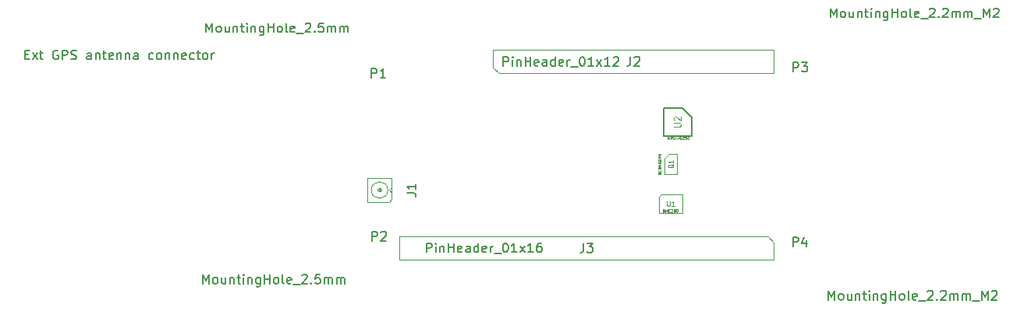
<source format=gbr>
G04 #@! TF.GenerationSoftware,KiCad,Pcbnew,(5.1.4)-1*
G04 #@! TF.CreationDate,2019-11-20T19:39:55+01:00*
G04 #@! TF.ProjectId,Open_Telemetry_digitalSensorShield,4f70656e-5f54-4656-9c65-6d657472795f,P1A_02 - Prototype manuf.*
G04 #@! TF.SameCoordinates,Original*
G04 #@! TF.FileFunction,Other,Fab,Top*
%FSLAX46Y46*%
G04 Gerber Fmt 4.6, Leading zero omitted, Abs format (unit mm)*
G04 Created by KiCad (PCBNEW (5.1.4)-1) date 2019-11-20 19:39:55*
%MOMM*%
%LPD*%
G04 APERTURE LIST*
%ADD10C,0.100000*%
%ADD11C,0.150000*%
%ADD12C,0.075000*%
%ADD13C,0.105000*%
G04 APERTURE END LIST*
D10*
X247250000Y-149700000D02*
X247250000Y-147950000D01*
X247500000Y-147700000D02*
X247250000Y-147950000D01*
X249750000Y-147700000D02*
X247500000Y-147700000D01*
X249750000Y-147700000D02*
X249750000Y-149700000D01*
X247250000Y-149700000D02*
X249750000Y-149700000D01*
X217116000Y-147218000D02*
G75*
G03X217116000Y-147218000I-200000J0D01*
G01*
X218216000Y-148218000D02*
X218216000Y-145918000D01*
X215616000Y-145918000D02*
X218216000Y-145918000D01*
X217916000Y-148518000D02*
X218216000Y-148218000D01*
X215616000Y-148518000D02*
X217916000Y-148518000D01*
X215616000Y-148518000D02*
X215616000Y-145918000D01*
X217816000Y-147218000D02*
G75*
G03X217816000Y-147218000I-900000J0D01*
G01*
X217041000Y-147218000D02*
G75*
G03X217041000Y-147218000I-125000J0D01*
G01*
X216966000Y-147218000D02*
G75*
G03X216966000Y-147218000I-50000J0D01*
G01*
X218216000Y-147518000D02*
X217916000Y-147218000D01*
X217916000Y-147218000D02*
X218216000Y-146918000D01*
X229870000Y-134493000D02*
X229235000Y-133858000D01*
X259715000Y-134493000D02*
X229870000Y-134493000D01*
X259715000Y-131953000D02*
X259715000Y-134493000D01*
X229235000Y-131953000D02*
X259715000Y-131953000D01*
X229235000Y-133858000D02*
X229235000Y-131953000D01*
X259080000Y-152273000D02*
X259715000Y-152908000D01*
X219075000Y-152273000D02*
X259080000Y-152273000D01*
X219075000Y-154813000D02*
X219075000Y-152273000D01*
X259715000Y-154813000D02*
X219075000Y-154813000D01*
X259715000Y-152908000D02*
X259715000Y-154813000D01*
X249205000Y-143260000D02*
X248355000Y-143260000D01*
X247855000Y-143760000D02*
X247855000Y-145460000D01*
X249205000Y-143260000D02*
X249205000Y-145460000D01*
X249205000Y-145460000D02*
X247855000Y-145460000D01*
X248355000Y-143260000D02*
X247855000Y-143760000D01*
D11*
X249776000Y-138302000D02*
X250776000Y-139302000D01*
X247776000Y-138302000D02*
X249776000Y-138302000D01*
X247776000Y-141302000D02*
X247776000Y-138302000D01*
X250776000Y-141302000D02*
X247776000Y-141302000D01*
X250776000Y-139302000D02*
X250776000Y-141302000D01*
X265653072Y-159171900D02*
X265653072Y-158171900D01*
X265986405Y-158886186D01*
X266319739Y-158171900D01*
X266319739Y-159171900D01*
X266938786Y-159171900D02*
X266843548Y-159124281D01*
X266795929Y-159076662D01*
X266748310Y-158981424D01*
X266748310Y-158695710D01*
X266795929Y-158600472D01*
X266843548Y-158552853D01*
X266938786Y-158505234D01*
X267081643Y-158505234D01*
X267176881Y-158552853D01*
X267224500Y-158600472D01*
X267272120Y-158695710D01*
X267272120Y-158981424D01*
X267224500Y-159076662D01*
X267176881Y-159124281D01*
X267081643Y-159171900D01*
X266938786Y-159171900D01*
X268129262Y-158505234D02*
X268129262Y-159171900D01*
X267700691Y-158505234D02*
X267700691Y-159029043D01*
X267748310Y-159124281D01*
X267843548Y-159171900D01*
X267986405Y-159171900D01*
X268081643Y-159124281D01*
X268129262Y-159076662D01*
X268605453Y-158505234D02*
X268605453Y-159171900D01*
X268605453Y-158600472D02*
X268653072Y-158552853D01*
X268748310Y-158505234D01*
X268891167Y-158505234D01*
X268986405Y-158552853D01*
X269034024Y-158648091D01*
X269034024Y-159171900D01*
X269367358Y-158505234D02*
X269748310Y-158505234D01*
X269510215Y-158171900D02*
X269510215Y-159029043D01*
X269557834Y-159124281D01*
X269653072Y-159171900D01*
X269748310Y-159171900D01*
X270081643Y-159171900D02*
X270081643Y-158505234D01*
X270081643Y-158171900D02*
X270034024Y-158219520D01*
X270081643Y-158267139D01*
X270129262Y-158219520D01*
X270081643Y-158171900D01*
X270081643Y-158267139D01*
X270557834Y-158505234D02*
X270557834Y-159171900D01*
X270557834Y-158600472D02*
X270605453Y-158552853D01*
X270700691Y-158505234D01*
X270843548Y-158505234D01*
X270938786Y-158552853D01*
X270986405Y-158648091D01*
X270986405Y-159171900D01*
X271891167Y-158505234D02*
X271891167Y-159314758D01*
X271843548Y-159409996D01*
X271795929Y-159457615D01*
X271700691Y-159505234D01*
X271557834Y-159505234D01*
X271462596Y-159457615D01*
X271891167Y-159124281D02*
X271795929Y-159171900D01*
X271605453Y-159171900D01*
X271510215Y-159124281D01*
X271462596Y-159076662D01*
X271414977Y-158981424D01*
X271414977Y-158695710D01*
X271462596Y-158600472D01*
X271510215Y-158552853D01*
X271605453Y-158505234D01*
X271795929Y-158505234D01*
X271891167Y-158552853D01*
X272367358Y-159171900D02*
X272367358Y-158171900D01*
X272367358Y-158648091D02*
X272938786Y-158648091D01*
X272938786Y-159171900D02*
X272938786Y-158171900D01*
X273557834Y-159171900D02*
X273462596Y-159124281D01*
X273414977Y-159076662D01*
X273367358Y-158981424D01*
X273367358Y-158695710D01*
X273414977Y-158600472D01*
X273462596Y-158552853D01*
X273557834Y-158505234D01*
X273700691Y-158505234D01*
X273795929Y-158552853D01*
X273843548Y-158600472D01*
X273891167Y-158695710D01*
X273891167Y-158981424D01*
X273843548Y-159076662D01*
X273795929Y-159124281D01*
X273700691Y-159171900D01*
X273557834Y-159171900D01*
X274462596Y-159171900D02*
X274367358Y-159124281D01*
X274319739Y-159029043D01*
X274319739Y-158171900D01*
X275224500Y-159124281D02*
X275129262Y-159171900D01*
X274938786Y-159171900D01*
X274843548Y-159124281D01*
X274795929Y-159029043D01*
X274795929Y-158648091D01*
X274843548Y-158552853D01*
X274938786Y-158505234D01*
X275129262Y-158505234D01*
X275224500Y-158552853D01*
X275272120Y-158648091D01*
X275272120Y-158743329D01*
X274795929Y-158838567D01*
X275462596Y-159267139D02*
X276224500Y-159267139D01*
X276414977Y-158267139D02*
X276462596Y-158219520D01*
X276557834Y-158171900D01*
X276795929Y-158171900D01*
X276891167Y-158219520D01*
X276938786Y-158267139D01*
X276986405Y-158362377D01*
X276986405Y-158457615D01*
X276938786Y-158600472D01*
X276367358Y-159171900D01*
X276986405Y-159171900D01*
X277414977Y-159076662D02*
X277462596Y-159124281D01*
X277414977Y-159171900D01*
X277367358Y-159124281D01*
X277414977Y-159076662D01*
X277414977Y-159171900D01*
X277843548Y-158267139D02*
X277891167Y-158219520D01*
X277986405Y-158171900D01*
X278224500Y-158171900D01*
X278319739Y-158219520D01*
X278367358Y-158267139D01*
X278414977Y-158362377D01*
X278414977Y-158457615D01*
X278367358Y-158600472D01*
X277795929Y-159171900D01*
X278414977Y-159171900D01*
X278843548Y-159171900D02*
X278843548Y-158505234D01*
X278843548Y-158600472D02*
X278891167Y-158552853D01*
X278986405Y-158505234D01*
X279129262Y-158505234D01*
X279224500Y-158552853D01*
X279272120Y-158648091D01*
X279272120Y-159171900D01*
X279272120Y-158648091D02*
X279319739Y-158552853D01*
X279414977Y-158505234D01*
X279557834Y-158505234D01*
X279653072Y-158552853D01*
X279700691Y-158648091D01*
X279700691Y-159171900D01*
X280176881Y-159171900D02*
X280176881Y-158505234D01*
X280176881Y-158600472D02*
X280224500Y-158552853D01*
X280319739Y-158505234D01*
X280462596Y-158505234D01*
X280557834Y-158552853D01*
X280605453Y-158648091D01*
X280605453Y-159171900D01*
X280605453Y-158648091D02*
X280653072Y-158552853D01*
X280748310Y-158505234D01*
X280891167Y-158505234D01*
X280986405Y-158552853D01*
X281034024Y-158648091D01*
X281034024Y-159171900D01*
X281272120Y-159267139D02*
X282034024Y-159267139D01*
X282272120Y-159171900D02*
X282272120Y-158171900D01*
X282605453Y-158886186D01*
X282938786Y-158171900D01*
X282938786Y-159171900D01*
X283367358Y-158267139D02*
X283414977Y-158219520D01*
X283510215Y-158171900D01*
X283748310Y-158171900D01*
X283843548Y-158219520D01*
X283891167Y-158267139D01*
X283938786Y-158362377D01*
X283938786Y-158457615D01*
X283891167Y-158600472D01*
X283319739Y-159171900D01*
X283938786Y-159171900D01*
X261796584Y-153357840D02*
X261796584Y-152357840D01*
X262177537Y-152357840D01*
X262272775Y-152405460D01*
X262320394Y-152453079D01*
X262368013Y-152548317D01*
X262368013Y-152691174D01*
X262320394Y-152786412D01*
X262272775Y-152834031D01*
X262177537Y-152881650D01*
X261796584Y-152881650D01*
X263225156Y-152691174D02*
X263225156Y-153357840D01*
X262987060Y-152310221D02*
X262748965Y-153024507D01*
X263368013Y-153024507D01*
X265858812Y-128415040D02*
X265858812Y-127415040D01*
X266192145Y-128129326D01*
X266525479Y-127415040D01*
X266525479Y-128415040D01*
X267144526Y-128415040D02*
X267049288Y-128367421D01*
X267001669Y-128319802D01*
X266954050Y-128224564D01*
X266954050Y-127938850D01*
X267001669Y-127843612D01*
X267049288Y-127795993D01*
X267144526Y-127748374D01*
X267287383Y-127748374D01*
X267382621Y-127795993D01*
X267430240Y-127843612D01*
X267477860Y-127938850D01*
X267477860Y-128224564D01*
X267430240Y-128319802D01*
X267382621Y-128367421D01*
X267287383Y-128415040D01*
X267144526Y-128415040D01*
X268335002Y-127748374D02*
X268335002Y-128415040D01*
X267906431Y-127748374D02*
X267906431Y-128272183D01*
X267954050Y-128367421D01*
X268049288Y-128415040D01*
X268192145Y-128415040D01*
X268287383Y-128367421D01*
X268335002Y-128319802D01*
X268811193Y-127748374D02*
X268811193Y-128415040D01*
X268811193Y-127843612D02*
X268858812Y-127795993D01*
X268954050Y-127748374D01*
X269096907Y-127748374D01*
X269192145Y-127795993D01*
X269239764Y-127891231D01*
X269239764Y-128415040D01*
X269573098Y-127748374D02*
X269954050Y-127748374D01*
X269715955Y-127415040D02*
X269715955Y-128272183D01*
X269763574Y-128367421D01*
X269858812Y-128415040D01*
X269954050Y-128415040D01*
X270287383Y-128415040D02*
X270287383Y-127748374D01*
X270287383Y-127415040D02*
X270239764Y-127462660D01*
X270287383Y-127510279D01*
X270335002Y-127462660D01*
X270287383Y-127415040D01*
X270287383Y-127510279D01*
X270763574Y-127748374D02*
X270763574Y-128415040D01*
X270763574Y-127843612D02*
X270811193Y-127795993D01*
X270906431Y-127748374D01*
X271049288Y-127748374D01*
X271144526Y-127795993D01*
X271192145Y-127891231D01*
X271192145Y-128415040D01*
X272096907Y-127748374D02*
X272096907Y-128557898D01*
X272049288Y-128653136D01*
X272001669Y-128700755D01*
X271906431Y-128748374D01*
X271763574Y-128748374D01*
X271668336Y-128700755D01*
X272096907Y-128367421D02*
X272001669Y-128415040D01*
X271811193Y-128415040D01*
X271715955Y-128367421D01*
X271668336Y-128319802D01*
X271620717Y-128224564D01*
X271620717Y-127938850D01*
X271668336Y-127843612D01*
X271715955Y-127795993D01*
X271811193Y-127748374D01*
X272001669Y-127748374D01*
X272096907Y-127795993D01*
X272573098Y-128415040D02*
X272573098Y-127415040D01*
X272573098Y-127891231D02*
X273144526Y-127891231D01*
X273144526Y-128415040D02*
X273144526Y-127415040D01*
X273763574Y-128415040D02*
X273668336Y-128367421D01*
X273620717Y-128319802D01*
X273573098Y-128224564D01*
X273573098Y-127938850D01*
X273620717Y-127843612D01*
X273668336Y-127795993D01*
X273763574Y-127748374D01*
X273906431Y-127748374D01*
X274001669Y-127795993D01*
X274049288Y-127843612D01*
X274096907Y-127938850D01*
X274096907Y-128224564D01*
X274049288Y-128319802D01*
X274001669Y-128367421D01*
X273906431Y-128415040D01*
X273763574Y-128415040D01*
X274668336Y-128415040D02*
X274573098Y-128367421D01*
X274525479Y-128272183D01*
X274525479Y-127415040D01*
X275430240Y-128367421D02*
X275335002Y-128415040D01*
X275144526Y-128415040D01*
X275049288Y-128367421D01*
X275001669Y-128272183D01*
X275001669Y-127891231D01*
X275049288Y-127795993D01*
X275144526Y-127748374D01*
X275335002Y-127748374D01*
X275430240Y-127795993D01*
X275477860Y-127891231D01*
X275477860Y-127986469D01*
X275001669Y-128081707D01*
X275668336Y-128510279D02*
X276430240Y-128510279D01*
X276620717Y-127510279D02*
X276668336Y-127462660D01*
X276763574Y-127415040D01*
X277001669Y-127415040D01*
X277096907Y-127462660D01*
X277144526Y-127510279D01*
X277192145Y-127605517D01*
X277192145Y-127700755D01*
X277144526Y-127843612D01*
X276573098Y-128415040D01*
X277192145Y-128415040D01*
X277620717Y-128319802D02*
X277668336Y-128367421D01*
X277620717Y-128415040D01*
X277573098Y-128367421D01*
X277620717Y-128319802D01*
X277620717Y-128415040D01*
X278049288Y-127510279D02*
X278096907Y-127462660D01*
X278192145Y-127415040D01*
X278430240Y-127415040D01*
X278525479Y-127462660D01*
X278573098Y-127510279D01*
X278620717Y-127605517D01*
X278620717Y-127700755D01*
X278573098Y-127843612D01*
X278001669Y-128415040D01*
X278620717Y-128415040D01*
X279049288Y-128415040D02*
X279049288Y-127748374D01*
X279049288Y-127843612D02*
X279096907Y-127795993D01*
X279192145Y-127748374D01*
X279335002Y-127748374D01*
X279430240Y-127795993D01*
X279477860Y-127891231D01*
X279477860Y-128415040D01*
X279477860Y-127891231D02*
X279525479Y-127795993D01*
X279620717Y-127748374D01*
X279763574Y-127748374D01*
X279858812Y-127795993D01*
X279906431Y-127891231D01*
X279906431Y-128415040D01*
X280382621Y-128415040D02*
X280382621Y-127748374D01*
X280382621Y-127843612D02*
X280430240Y-127795993D01*
X280525479Y-127748374D01*
X280668336Y-127748374D01*
X280763574Y-127795993D01*
X280811193Y-127891231D01*
X280811193Y-128415040D01*
X280811193Y-127891231D02*
X280858812Y-127795993D01*
X280954050Y-127748374D01*
X281096907Y-127748374D01*
X281192145Y-127795993D01*
X281239764Y-127891231D01*
X281239764Y-128415040D01*
X281477860Y-128510279D02*
X282239764Y-128510279D01*
X282477860Y-128415040D02*
X282477860Y-127415040D01*
X282811193Y-128129326D01*
X283144526Y-127415040D01*
X283144526Y-128415040D01*
X283573098Y-127510279D02*
X283620717Y-127462660D01*
X283715955Y-127415040D01*
X283954050Y-127415040D01*
X284049288Y-127462660D01*
X284096907Y-127510279D01*
X284144526Y-127605517D01*
X284144526Y-127700755D01*
X284096907Y-127843612D01*
X283525479Y-128415040D01*
X284144526Y-128415040D01*
X261834684Y-134323080D02*
X261834684Y-133323080D01*
X262215637Y-133323080D01*
X262310875Y-133370700D01*
X262358494Y-133418319D01*
X262406113Y-133513557D01*
X262406113Y-133656414D01*
X262358494Y-133751652D01*
X262310875Y-133799271D01*
X262215637Y-133846890D01*
X261834684Y-133846890D01*
X262739446Y-133323080D02*
X263358494Y-133323080D01*
X263025160Y-133704033D01*
X263168018Y-133704033D01*
X263263256Y-133751652D01*
X263310875Y-133799271D01*
X263358494Y-133894509D01*
X263358494Y-134132604D01*
X263310875Y-134227842D01*
X263263256Y-134275461D01*
X263168018Y-134323080D01*
X262882303Y-134323080D01*
X262787065Y-134275461D01*
X262739446Y-134227842D01*
X197716783Y-157404060D02*
X197716783Y-156404060D01*
X198050117Y-157118346D01*
X198383450Y-156404060D01*
X198383450Y-157404060D01*
X199002498Y-157404060D02*
X198907260Y-157356441D01*
X198859640Y-157308822D01*
X198812021Y-157213584D01*
X198812021Y-156927870D01*
X198859640Y-156832632D01*
X198907260Y-156785013D01*
X199002498Y-156737394D01*
X199145355Y-156737394D01*
X199240593Y-156785013D01*
X199288212Y-156832632D01*
X199335831Y-156927870D01*
X199335831Y-157213584D01*
X199288212Y-157308822D01*
X199240593Y-157356441D01*
X199145355Y-157404060D01*
X199002498Y-157404060D01*
X200192974Y-156737394D02*
X200192974Y-157404060D01*
X199764402Y-156737394D02*
X199764402Y-157261203D01*
X199812021Y-157356441D01*
X199907260Y-157404060D01*
X200050117Y-157404060D01*
X200145355Y-157356441D01*
X200192974Y-157308822D01*
X200669164Y-156737394D02*
X200669164Y-157404060D01*
X200669164Y-156832632D02*
X200716783Y-156785013D01*
X200812021Y-156737394D01*
X200954879Y-156737394D01*
X201050117Y-156785013D01*
X201097736Y-156880251D01*
X201097736Y-157404060D01*
X201431069Y-156737394D02*
X201812021Y-156737394D01*
X201573926Y-156404060D02*
X201573926Y-157261203D01*
X201621545Y-157356441D01*
X201716783Y-157404060D01*
X201812021Y-157404060D01*
X202145355Y-157404060D02*
X202145355Y-156737394D01*
X202145355Y-156404060D02*
X202097736Y-156451680D01*
X202145355Y-156499299D01*
X202192974Y-156451680D01*
X202145355Y-156404060D01*
X202145355Y-156499299D01*
X202621545Y-156737394D02*
X202621545Y-157404060D01*
X202621545Y-156832632D02*
X202669164Y-156785013D01*
X202764402Y-156737394D01*
X202907260Y-156737394D01*
X203002498Y-156785013D01*
X203050117Y-156880251D01*
X203050117Y-157404060D01*
X203954879Y-156737394D02*
X203954879Y-157546918D01*
X203907260Y-157642156D01*
X203859640Y-157689775D01*
X203764402Y-157737394D01*
X203621545Y-157737394D01*
X203526307Y-157689775D01*
X203954879Y-157356441D02*
X203859640Y-157404060D01*
X203669164Y-157404060D01*
X203573926Y-157356441D01*
X203526307Y-157308822D01*
X203478688Y-157213584D01*
X203478688Y-156927870D01*
X203526307Y-156832632D01*
X203573926Y-156785013D01*
X203669164Y-156737394D01*
X203859640Y-156737394D01*
X203954879Y-156785013D01*
X204431069Y-157404060D02*
X204431069Y-156404060D01*
X204431069Y-156880251D02*
X205002498Y-156880251D01*
X205002498Y-157404060D02*
X205002498Y-156404060D01*
X205621545Y-157404060D02*
X205526307Y-157356441D01*
X205478688Y-157308822D01*
X205431069Y-157213584D01*
X205431069Y-156927870D01*
X205478688Y-156832632D01*
X205526307Y-156785013D01*
X205621545Y-156737394D01*
X205764402Y-156737394D01*
X205859640Y-156785013D01*
X205907260Y-156832632D01*
X205954879Y-156927870D01*
X205954879Y-157213584D01*
X205907260Y-157308822D01*
X205859640Y-157356441D01*
X205764402Y-157404060D01*
X205621545Y-157404060D01*
X206526307Y-157404060D02*
X206431069Y-157356441D01*
X206383450Y-157261203D01*
X206383450Y-156404060D01*
X207288212Y-157356441D02*
X207192974Y-157404060D01*
X207002498Y-157404060D01*
X206907260Y-157356441D01*
X206859640Y-157261203D01*
X206859640Y-156880251D01*
X206907260Y-156785013D01*
X207002498Y-156737394D01*
X207192974Y-156737394D01*
X207288212Y-156785013D01*
X207335831Y-156880251D01*
X207335831Y-156975489D01*
X206859640Y-157070727D01*
X207526307Y-157499299D02*
X208288212Y-157499299D01*
X208478688Y-156499299D02*
X208526307Y-156451680D01*
X208621545Y-156404060D01*
X208859640Y-156404060D01*
X208954879Y-156451680D01*
X209002498Y-156499299D01*
X209050117Y-156594537D01*
X209050117Y-156689775D01*
X209002498Y-156832632D01*
X208431069Y-157404060D01*
X209050117Y-157404060D01*
X209478688Y-157308822D02*
X209526307Y-157356441D01*
X209478688Y-157404060D01*
X209431069Y-157356441D01*
X209478688Y-157308822D01*
X209478688Y-157404060D01*
X210431069Y-156404060D02*
X209954879Y-156404060D01*
X209907260Y-156880251D01*
X209954879Y-156832632D01*
X210050117Y-156785013D01*
X210288212Y-156785013D01*
X210383450Y-156832632D01*
X210431069Y-156880251D01*
X210478688Y-156975489D01*
X210478688Y-157213584D01*
X210431069Y-157308822D01*
X210383450Y-157356441D01*
X210288212Y-157404060D01*
X210050117Y-157404060D01*
X209954879Y-157356441D01*
X209907260Y-157308822D01*
X210907260Y-157404060D02*
X210907260Y-156737394D01*
X210907260Y-156832632D02*
X210954879Y-156785013D01*
X211050117Y-156737394D01*
X211192974Y-156737394D01*
X211288212Y-156785013D01*
X211335831Y-156880251D01*
X211335831Y-157404060D01*
X211335831Y-156880251D02*
X211383450Y-156785013D01*
X211478688Y-156737394D01*
X211621545Y-156737394D01*
X211716783Y-156785013D01*
X211764402Y-156880251D01*
X211764402Y-157404060D01*
X212240593Y-157404060D02*
X212240593Y-156737394D01*
X212240593Y-156832632D02*
X212288212Y-156785013D01*
X212383450Y-156737394D01*
X212526307Y-156737394D01*
X212621545Y-156785013D01*
X212669164Y-156880251D01*
X212669164Y-157404060D01*
X212669164Y-156880251D02*
X212716783Y-156785013D01*
X212812021Y-156737394D01*
X212954879Y-156737394D01*
X213050117Y-156785013D01*
X213097736Y-156880251D01*
X213097736Y-157404060D01*
X216096904Y-152733000D02*
X216096904Y-151733000D01*
X216477857Y-151733000D01*
X216573095Y-151780620D01*
X216620714Y-151828239D01*
X216668333Y-151923477D01*
X216668333Y-152066334D01*
X216620714Y-152161572D01*
X216573095Y-152209191D01*
X216477857Y-152256810D01*
X216096904Y-152256810D01*
X217049285Y-151828239D02*
X217096904Y-151780620D01*
X217192142Y-151733000D01*
X217430238Y-151733000D01*
X217525476Y-151780620D01*
X217573095Y-151828239D01*
X217620714Y-151923477D01*
X217620714Y-152018715D01*
X217573095Y-152161572D01*
X217001666Y-152733000D01*
X217620714Y-152733000D01*
X198097783Y-130027940D02*
X198097783Y-129027940D01*
X198431117Y-129742226D01*
X198764450Y-129027940D01*
X198764450Y-130027940D01*
X199383498Y-130027940D02*
X199288260Y-129980321D01*
X199240640Y-129932702D01*
X199193021Y-129837464D01*
X199193021Y-129551750D01*
X199240640Y-129456512D01*
X199288260Y-129408893D01*
X199383498Y-129361274D01*
X199526355Y-129361274D01*
X199621593Y-129408893D01*
X199669212Y-129456512D01*
X199716831Y-129551750D01*
X199716831Y-129837464D01*
X199669212Y-129932702D01*
X199621593Y-129980321D01*
X199526355Y-130027940D01*
X199383498Y-130027940D01*
X200573974Y-129361274D02*
X200573974Y-130027940D01*
X200145402Y-129361274D02*
X200145402Y-129885083D01*
X200193021Y-129980321D01*
X200288260Y-130027940D01*
X200431117Y-130027940D01*
X200526355Y-129980321D01*
X200573974Y-129932702D01*
X201050164Y-129361274D02*
X201050164Y-130027940D01*
X201050164Y-129456512D02*
X201097783Y-129408893D01*
X201193021Y-129361274D01*
X201335879Y-129361274D01*
X201431117Y-129408893D01*
X201478736Y-129504131D01*
X201478736Y-130027940D01*
X201812069Y-129361274D02*
X202193021Y-129361274D01*
X201954926Y-129027940D02*
X201954926Y-129885083D01*
X202002545Y-129980321D01*
X202097783Y-130027940D01*
X202193021Y-130027940D01*
X202526355Y-130027940D02*
X202526355Y-129361274D01*
X202526355Y-129027940D02*
X202478736Y-129075560D01*
X202526355Y-129123179D01*
X202573974Y-129075560D01*
X202526355Y-129027940D01*
X202526355Y-129123179D01*
X203002545Y-129361274D02*
X203002545Y-130027940D01*
X203002545Y-129456512D02*
X203050164Y-129408893D01*
X203145402Y-129361274D01*
X203288260Y-129361274D01*
X203383498Y-129408893D01*
X203431117Y-129504131D01*
X203431117Y-130027940D01*
X204335879Y-129361274D02*
X204335879Y-130170798D01*
X204288260Y-130266036D01*
X204240640Y-130313655D01*
X204145402Y-130361274D01*
X204002545Y-130361274D01*
X203907307Y-130313655D01*
X204335879Y-129980321D02*
X204240640Y-130027940D01*
X204050164Y-130027940D01*
X203954926Y-129980321D01*
X203907307Y-129932702D01*
X203859688Y-129837464D01*
X203859688Y-129551750D01*
X203907307Y-129456512D01*
X203954926Y-129408893D01*
X204050164Y-129361274D01*
X204240640Y-129361274D01*
X204335879Y-129408893D01*
X204812069Y-130027940D02*
X204812069Y-129027940D01*
X204812069Y-129504131D02*
X205383498Y-129504131D01*
X205383498Y-130027940D02*
X205383498Y-129027940D01*
X206002545Y-130027940D02*
X205907307Y-129980321D01*
X205859688Y-129932702D01*
X205812069Y-129837464D01*
X205812069Y-129551750D01*
X205859688Y-129456512D01*
X205907307Y-129408893D01*
X206002545Y-129361274D01*
X206145402Y-129361274D01*
X206240640Y-129408893D01*
X206288260Y-129456512D01*
X206335879Y-129551750D01*
X206335879Y-129837464D01*
X206288260Y-129932702D01*
X206240640Y-129980321D01*
X206145402Y-130027940D01*
X206002545Y-130027940D01*
X206907307Y-130027940D02*
X206812069Y-129980321D01*
X206764450Y-129885083D01*
X206764450Y-129027940D01*
X207669212Y-129980321D02*
X207573974Y-130027940D01*
X207383498Y-130027940D01*
X207288260Y-129980321D01*
X207240640Y-129885083D01*
X207240640Y-129504131D01*
X207288260Y-129408893D01*
X207383498Y-129361274D01*
X207573974Y-129361274D01*
X207669212Y-129408893D01*
X207716831Y-129504131D01*
X207716831Y-129599369D01*
X207240640Y-129694607D01*
X207907307Y-130123179D02*
X208669212Y-130123179D01*
X208859688Y-129123179D02*
X208907307Y-129075560D01*
X209002545Y-129027940D01*
X209240640Y-129027940D01*
X209335879Y-129075560D01*
X209383498Y-129123179D01*
X209431117Y-129218417D01*
X209431117Y-129313655D01*
X209383498Y-129456512D01*
X208812069Y-130027940D01*
X209431117Y-130027940D01*
X209859688Y-129932702D02*
X209907307Y-129980321D01*
X209859688Y-130027940D01*
X209812069Y-129980321D01*
X209859688Y-129932702D01*
X209859688Y-130027940D01*
X210812069Y-129027940D02*
X210335879Y-129027940D01*
X210288260Y-129504131D01*
X210335879Y-129456512D01*
X210431117Y-129408893D01*
X210669212Y-129408893D01*
X210764450Y-129456512D01*
X210812069Y-129504131D01*
X210859688Y-129599369D01*
X210859688Y-129837464D01*
X210812069Y-129932702D01*
X210764450Y-129980321D01*
X210669212Y-130027940D01*
X210431117Y-130027940D01*
X210335879Y-129980321D01*
X210288260Y-129932702D01*
X211288260Y-130027940D02*
X211288260Y-129361274D01*
X211288260Y-129456512D02*
X211335879Y-129408893D01*
X211431117Y-129361274D01*
X211573974Y-129361274D01*
X211669212Y-129408893D01*
X211716831Y-129504131D01*
X211716831Y-130027940D01*
X211716831Y-129504131D02*
X211764450Y-129408893D01*
X211859688Y-129361274D01*
X212002545Y-129361274D01*
X212097783Y-129408893D01*
X212145402Y-129504131D01*
X212145402Y-130027940D01*
X212621593Y-130027940D02*
X212621593Y-129361274D01*
X212621593Y-129456512D02*
X212669212Y-129408893D01*
X212764450Y-129361274D01*
X212907307Y-129361274D01*
X213002545Y-129408893D01*
X213050164Y-129504131D01*
X213050164Y-130027940D01*
X213050164Y-129504131D02*
X213097783Y-129408893D01*
X213193021Y-129361274D01*
X213335879Y-129361274D01*
X213431117Y-129408893D01*
X213478736Y-129504131D01*
X213478736Y-130027940D01*
X216046104Y-134980940D02*
X216046104Y-133980940D01*
X216427057Y-133980940D01*
X216522295Y-134028560D01*
X216569914Y-134076179D01*
X216617533Y-134171417D01*
X216617533Y-134314274D01*
X216569914Y-134409512D01*
X216522295Y-134457131D01*
X216427057Y-134504750D01*
X216046104Y-134504750D01*
X217569914Y-134980940D02*
X216998485Y-134980940D01*
X217284200Y-134980940D02*
X217284200Y-133980940D01*
X217188961Y-134123798D01*
X217093723Y-134219036D01*
X216998485Y-134266655D01*
D12*
X247748514Y-149447411D02*
X247791371Y-149461697D01*
X247805657Y-149475982D01*
X247819942Y-149504554D01*
X247819942Y-149547411D01*
X247805657Y-149575982D01*
X247791371Y-149590268D01*
X247762800Y-149604554D01*
X247648514Y-149604554D01*
X247648514Y-149304554D01*
X247748514Y-149304554D01*
X247777085Y-149318840D01*
X247791371Y-149333125D01*
X247805657Y-149361697D01*
X247805657Y-149390268D01*
X247791371Y-149418840D01*
X247777085Y-149433125D01*
X247748514Y-149447411D01*
X247648514Y-149447411D01*
X247948514Y-149604554D02*
X247948514Y-149304554D01*
X248048514Y-149518840D01*
X248148514Y-149304554D01*
X248148514Y-149604554D01*
X248291371Y-149447411D02*
X248391371Y-149447411D01*
X248434228Y-149604554D02*
X248291371Y-149604554D01*
X248291371Y-149304554D01*
X248434228Y-149304554D01*
X248548514Y-149333125D02*
X248562800Y-149318840D01*
X248591371Y-149304554D01*
X248662800Y-149304554D01*
X248691371Y-149318840D01*
X248705657Y-149333125D01*
X248719942Y-149361697D01*
X248719942Y-149390268D01*
X248705657Y-149433125D01*
X248534228Y-149604554D01*
X248719942Y-149604554D01*
X248891371Y-149433125D02*
X248862800Y-149418840D01*
X248848514Y-149404554D01*
X248834228Y-149375982D01*
X248834228Y-149361697D01*
X248848514Y-149333125D01*
X248862800Y-149318840D01*
X248891371Y-149304554D01*
X248948514Y-149304554D01*
X248977085Y-149318840D01*
X248991371Y-149333125D01*
X249005657Y-149361697D01*
X249005657Y-149375982D01*
X248991371Y-149404554D01*
X248977085Y-149418840D01*
X248948514Y-149433125D01*
X248891371Y-149433125D01*
X248862800Y-149447411D01*
X248848514Y-149461697D01*
X248834228Y-149490268D01*
X248834228Y-149547411D01*
X248848514Y-149575982D01*
X248862800Y-149590268D01*
X248891371Y-149604554D01*
X248948514Y-149604554D01*
X248977085Y-149590268D01*
X248991371Y-149575982D01*
X249005657Y-149547411D01*
X249005657Y-149490268D01*
X248991371Y-149461697D01*
X248977085Y-149447411D01*
X248948514Y-149433125D01*
X249191371Y-149304554D02*
X249219942Y-149304554D01*
X249248514Y-149318840D01*
X249262800Y-149333125D01*
X249277085Y-149361697D01*
X249291371Y-149418840D01*
X249291371Y-149490268D01*
X249277085Y-149547411D01*
X249262800Y-149575982D01*
X249248514Y-149590268D01*
X249219942Y-149604554D01*
X249191371Y-149604554D01*
X249162800Y-149590268D01*
X249148514Y-149575982D01*
X249134228Y-149547411D01*
X249119942Y-149490268D01*
X249119942Y-149418840D01*
X249134228Y-149361697D01*
X249148514Y-149333125D01*
X249162800Y-149318840D01*
X249191371Y-149304554D01*
X248119047Y-148426190D02*
X248119047Y-148830952D01*
X248142857Y-148878571D01*
X248166666Y-148902380D01*
X248214285Y-148926190D01*
X248309523Y-148926190D01*
X248357142Y-148902380D01*
X248380952Y-148878571D01*
X248404761Y-148830952D01*
X248404761Y-148426190D01*
X248904761Y-148926190D02*
X248619047Y-148926190D01*
X248761904Y-148926190D02*
X248761904Y-148426190D01*
X248714285Y-148497619D01*
X248666666Y-148545238D01*
X248619047Y-148569047D01*
D11*
X178427383Y-132458151D02*
X178760717Y-132458151D01*
X178903574Y-132981960D02*
X178427383Y-132981960D01*
X178427383Y-131981960D01*
X178903574Y-131981960D01*
X179236907Y-132981960D02*
X179760717Y-132315294D01*
X179236907Y-132315294D02*
X179760717Y-132981960D01*
X179998812Y-132315294D02*
X180379764Y-132315294D01*
X180141669Y-131981960D02*
X180141669Y-132839103D01*
X180189288Y-132934341D01*
X180284526Y-132981960D01*
X180379764Y-132981960D01*
X181998812Y-132029580D02*
X181903574Y-131981960D01*
X181760717Y-131981960D01*
X181617860Y-132029580D01*
X181522621Y-132124818D01*
X181475002Y-132220056D01*
X181427383Y-132410532D01*
X181427383Y-132553389D01*
X181475002Y-132743865D01*
X181522621Y-132839103D01*
X181617860Y-132934341D01*
X181760717Y-132981960D01*
X181855955Y-132981960D01*
X181998812Y-132934341D01*
X182046431Y-132886722D01*
X182046431Y-132553389D01*
X181855955Y-132553389D01*
X182475002Y-132981960D02*
X182475002Y-131981960D01*
X182855955Y-131981960D01*
X182951193Y-132029580D01*
X182998812Y-132077199D01*
X183046431Y-132172437D01*
X183046431Y-132315294D01*
X182998812Y-132410532D01*
X182951193Y-132458151D01*
X182855955Y-132505770D01*
X182475002Y-132505770D01*
X183427383Y-132934341D02*
X183570240Y-132981960D01*
X183808336Y-132981960D01*
X183903574Y-132934341D01*
X183951193Y-132886722D01*
X183998812Y-132791484D01*
X183998812Y-132696246D01*
X183951193Y-132601008D01*
X183903574Y-132553389D01*
X183808336Y-132505770D01*
X183617860Y-132458151D01*
X183522621Y-132410532D01*
X183475002Y-132362913D01*
X183427383Y-132267675D01*
X183427383Y-132172437D01*
X183475002Y-132077199D01*
X183522621Y-132029580D01*
X183617860Y-131981960D01*
X183855955Y-131981960D01*
X183998812Y-132029580D01*
X185617860Y-132981960D02*
X185617860Y-132458151D01*
X185570240Y-132362913D01*
X185475002Y-132315294D01*
X185284526Y-132315294D01*
X185189288Y-132362913D01*
X185617860Y-132934341D02*
X185522621Y-132981960D01*
X185284526Y-132981960D01*
X185189288Y-132934341D01*
X185141669Y-132839103D01*
X185141669Y-132743865D01*
X185189288Y-132648627D01*
X185284526Y-132601008D01*
X185522621Y-132601008D01*
X185617860Y-132553389D01*
X186094050Y-132315294D02*
X186094050Y-132981960D01*
X186094050Y-132410532D02*
X186141669Y-132362913D01*
X186236907Y-132315294D01*
X186379764Y-132315294D01*
X186475002Y-132362913D01*
X186522621Y-132458151D01*
X186522621Y-132981960D01*
X186855955Y-132315294D02*
X187236907Y-132315294D01*
X186998812Y-131981960D02*
X186998812Y-132839103D01*
X187046431Y-132934341D01*
X187141669Y-132981960D01*
X187236907Y-132981960D01*
X187951193Y-132934341D02*
X187855955Y-132981960D01*
X187665479Y-132981960D01*
X187570240Y-132934341D01*
X187522621Y-132839103D01*
X187522621Y-132458151D01*
X187570240Y-132362913D01*
X187665479Y-132315294D01*
X187855955Y-132315294D01*
X187951193Y-132362913D01*
X187998812Y-132458151D01*
X187998812Y-132553389D01*
X187522621Y-132648627D01*
X188427383Y-132315294D02*
X188427383Y-132981960D01*
X188427383Y-132410532D02*
X188475002Y-132362913D01*
X188570240Y-132315294D01*
X188713098Y-132315294D01*
X188808336Y-132362913D01*
X188855955Y-132458151D01*
X188855955Y-132981960D01*
X189332145Y-132315294D02*
X189332145Y-132981960D01*
X189332145Y-132410532D02*
X189379764Y-132362913D01*
X189475002Y-132315294D01*
X189617860Y-132315294D01*
X189713098Y-132362913D01*
X189760717Y-132458151D01*
X189760717Y-132981960D01*
X190665479Y-132981960D02*
X190665479Y-132458151D01*
X190617860Y-132362913D01*
X190522621Y-132315294D01*
X190332145Y-132315294D01*
X190236907Y-132362913D01*
X190665479Y-132934341D02*
X190570240Y-132981960D01*
X190332145Y-132981960D01*
X190236907Y-132934341D01*
X190189288Y-132839103D01*
X190189288Y-132743865D01*
X190236907Y-132648627D01*
X190332145Y-132601008D01*
X190570240Y-132601008D01*
X190665479Y-132553389D01*
X192332145Y-132934341D02*
X192236907Y-132981960D01*
X192046431Y-132981960D01*
X191951193Y-132934341D01*
X191903574Y-132886722D01*
X191855955Y-132791484D01*
X191855955Y-132505770D01*
X191903574Y-132410532D01*
X191951193Y-132362913D01*
X192046431Y-132315294D01*
X192236907Y-132315294D01*
X192332145Y-132362913D01*
X192903574Y-132981960D02*
X192808336Y-132934341D01*
X192760717Y-132886722D01*
X192713098Y-132791484D01*
X192713098Y-132505770D01*
X192760717Y-132410532D01*
X192808336Y-132362913D01*
X192903574Y-132315294D01*
X193046431Y-132315294D01*
X193141669Y-132362913D01*
X193189288Y-132410532D01*
X193236907Y-132505770D01*
X193236907Y-132791484D01*
X193189288Y-132886722D01*
X193141669Y-132934341D01*
X193046431Y-132981960D01*
X192903574Y-132981960D01*
X193665479Y-132315294D02*
X193665479Y-132981960D01*
X193665479Y-132410532D02*
X193713098Y-132362913D01*
X193808336Y-132315294D01*
X193951193Y-132315294D01*
X194046431Y-132362913D01*
X194094050Y-132458151D01*
X194094050Y-132981960D01*
X194570240Y-132315294D02*
X194570240Y-132981960D01*
X194570240Y-132410532D02*
X194617860Y-132362913D01*
X194713098Y-132315294D01*
X194855955Y-132315294D01*
X194951193Y-132362913D01*
X194998812Y-132458151D01*
X194998812Y-132981960D01*
X195855955Y-132934341D02*
X195760717Y-132981960D01*
X195570240Y-132981960D01*
X195475002Y-132934341D01*
X195427383Y-132839103D01*
X195427383Y-132458151D01*
X195475002Y-132362913D01*
X195570240Y-132315294D01*
X195760717Y-132315294D01*
X195855955Y-132362913D01*
X195903574Y-132458151D01*
X195903574Y-132553389D01*
X195427383Y-132648627D01*
X196760717Y-132934341D02*
X196665479Y-132981960D01*
X196475002Y-132981960D01*
X196379764Y-132934341D01*
X196332145Y-132886722D01*
X196284526Y-132791484D01*
X196284526Y-132505770D01*
X196332145Y-132410532D01*
X196379764Y-132362913D01*
X196475002Y-132315294D01*
X196665479Y-132315294D01*
X196760717Y-132362913D01*
X197046431Y-132315294D02*
X197427383Y-132315294D01*
X197189288Y-131981960D02*
X197189288Y-132839103D01*
X197236907Y-132934341D01*
X197332145Y-132981960D01*
X197427383Y-132981960D01*
X197903574Y-132981960D02*
X197808336Y-132934341D01*
X197760717Y-132886722D01*
X197713098Y-132791484D01*
X197713098Y-132505770D01*
X197760717Y-132410532D01*
X197808336Y-132362913D01*
X197903574Y-132315294D01*
X198046431Y-132315294D01*
X198141669Y-132362913D01*
X198189288Y-132410532D01*
X198236907Y-132505770D01*
X198236907Y-132791484D01*
X198189288Y-132886722D01*
X198141669Y-132934341D01*
X198046431Y-132981960D01*
X197903574Y-132981960D01*
X198665479Y-132981960D02*
X198665479Y-132315294D01*
X198665479Y-132505770D02*
X198713098Y-132410532D01*
X198760717Y-132362913D01*
X198855955Y-132315294D01*
X198951193Y-132315294D01*
X219868380Y-147551333D02*
X220582666Y-147551333D01*
X220725523Y-147598952D01*
X220820761Y-147694190D01*
X220868380Y-147837047D01*
X220868380Y-147932285D01*
X220868380Y-146551333D02*
X220868380Y-147122761D01*
X220868380Y-146837047D02*
X219868380Y-146837047D01*
X220011238Y-146932285D01*
X220106476Y-147027523D01*
X220154095Y-147122761D01*
X230347664Y-133698240D02*
X230347664Y-132698240D01*
X230728617Y-132698240D01*
X230823855Y-132745860D01*
X230871474Y-132793479D01*
X230919093Y-132888717D01*
X230919093Y-133031574D01*
X230871474Y-133126812D01*
X230823855Y-133174431D01*
X230728617Y-133222050D01*
X230347664Y-133222050D01*
X231347664Y-133698240D02*
X231347664Y-133031574D01*
X231347664Y-132698240D02*
X231300045Y-132745860D01*
X231347664Y-132793479D01*
X231395283Y-132745860D01*
X231347664Y-132698240D01*
X231347664Y-132793479D01*
X231823855Y-133031574D02*
X231823855Y-133698240D01*
X231823855Y-133126812D02*
X231871474Y-133079193D01*
X231966712Y-133031574D01*
X232109569Y-133031574D01*
X232204807Y-133079193D01*
X232252426Y-133174431D01*
X232252426Y-133698240D01*
X232728617Y-133698240D02*
X232728617Y-132698240D01*
X232728617Y-133174431D02*
X233300045Y-133174431D01*
X233300045Y-133698240D02*
X233300045Y-132698240D01*
X234157188Y-133650621D02*
X234061950Y-133698240D01*
X233871474Y-133698240D01*
X233776236Y-133650621D01*
X233728617Y-133555383D01*
X233728617Y-133174431D01*
X233776236Y-133079193D01*
X233871474Y-133031574D01*
X234061950Y-133031574D01*
X234157188Y-133079193D01*
X234204807Y-133174431D01*
X234204807Y-133269669D01*
X233728617Y-133364907D01*
X235061950Y-133698240D02*
X235061950Y-133174431D01*
X235014331Y-133079193D01*
X234919093Y-133031574D01*
X234728617Y-133031574D01*
X234633379Y-133079193D01*
X235061950Y-133650621D02*
X234966712Y-133698240D01*
X234728617Y-133698240D01*
X234633379Y-133650621D01*
X234585760Y-133555383D01*
X234585760Y-133460145D01*
X234633379Y-133364907D01*
X234728617Y-133317288D01*
X234966712Y-133317288D01*
X235061950Y-133269669D01*
X235966712Y-133698240D02*
X235966712Y-132698240D01*
X235966712Y-133650621D02*
X235871474Y-133698240D01*
X235680998Y-133698240D01*
X235585760Y-133650621D01*
X235538140Y-133603002D01*
X235490521Y-133507764D01*
X235490521Y-133222050D01*
X235538140Y-133126812D01*
X235585760Y-133079193D01*
X235680998Y-133031574D01*
X235871474Y-133031574D01*
X235966712Y-133079193D01*
X236823855Y-133650621D02*
X236728617Y-133698240D01*
X236538140Y-133698240D01*
X236442902Y-133650621D01*
X236395283Y-133555383D01*
X236395283Y-133174431D01*
X236442902Y-133079193D01*
X236538140Y-133031574D01*
X236728617Y-133031574D01*
X236823855Y-133079193D01*
X236871474Y-133174431D01*
X236871474Y-133269669D01*
X236395283Y-133364907D01*
X237300045Y-133698240D02*
X237300045Y-133031574D01*
X237300045Y-133222050D02*
X237347664Y-133126812D01*
X237395283Y-133079193D01*
X237490521Y-133031574D01*
X237585760Y-133031574D01*
X237680998Y-133793479D02*
X238442902Y-133793479D01*
X238871474Y-132698240D02*
X238966712Y-132698240D01*
X239061950Y-132745860D01*
X239109569Y-132793479D01*
X239157188Y-132888717D01*
X239204807Y-133079193D01*
X239204807Y-133317288D01*
X239157188Y-133507764D01*
X239109569Y-133603002D01*
X239061950Y-133650621D01*
X238966712Y-133698240D01*
X238871474Y-133698240D01*
X238776236Y-133650621D01*
X238728617Y-133603002D01*
X238680998Y-133507764D01*
X238633379Y-133317288D01*
X238633379Y-133079193D01*
X238680998Y-132888717D01*
X238728617Y-132793479D01*
X238776236Y-132745860D01*
X238871474Y-132698240D01*
X240157188Y-133698240D02*
X239585760Y-133698240D01*
X239871474Y-133698240D02*
X239871474Y-132698240D01*
X239776236Y-132841098D01*
X239680998Y-132936336D01*
X239585760Y-132983955D01*
X240490521Y-133698240D02*
X241014331Y-133031574D01*
X240490521Y-133031574D02*
X241014331Y-133698240D01*
X241919093Y-133698240D02*
X241347664Y-133698240D01*
X241633379Y-133698240D02*
X241633379Y-132698240D01*
X241538140Y-132841098D01*
X241442902Y-132936336D01*
X241347664Y-132983955D01*
X242300045Y-132793479D02*
X242347664Y-132745860D01*
X242442902Y-132698240D01*
X242680998Y-132698240D01*
X242776236Y-132745860D01*
X242823855Y-132793479D01*
X242871474Y-132888717D01*
X242871474Y-132983955D01*
X242823855Y-133126812D01*
X242252426Y-133698240D01*
X242871474Y-133698240D01*
X244141666Y-132675380D02*
X244141666Y-133389666D01*
X244094047Y-133532523D01*
X243998809Y-133627761D01*
X243855952Y-133675380D01*
X243760714Y-133675380D01*
X244570238Y-132770619D02*
X244617857Y-132723000D01*
X244713095Y-132675380D01*
X244951190Y-132675380D01*
X245046428Y-132723000D01*
X245094047Y-132770619D01*
X245141666Y-132865857D01*
X245141666Y-132961095D01*
X245094047Y-133103952D01*
X244522619Y-133675380D01*
X245141666Y-133675380D01*
X222008844Y-153992840D02*
X222008844Y-152992840D01*
X222389797Y-152992840D01*
X222485035Y-153040460D01*
X222532654Y-153088079D01*
X222580273Y-153183317D01*
X222580273Y-153326174D01*
X222532654Y-153421412D01*
X222485035Y-153469031D01*
X222389797Y-153516650D01*
X222008844Y-153516650D01*
X223008844Y-153992840D02*
X223008844Y-153326174D01*
X223008844Y-152992840D02*
X222961225Y-153040460D01*
X223008844Y-153088079D01*
X223056463Y-153040460D01*
X223008844Y-152992840D01*
X223008844Y-153088079D01*
X223485035Y-153326174D02*
X223485035Y-153992840D01*
X223485035Y-153421412D02*
X223532654Y-153373793D01*
X223627892Y-153326174D01*
X223770749Y-153326174D01*
X223865987Y-153373793D01*
X223913606Y-153469031D01*
X223913606Y-153992840D01*
X224389797Y-153992840D02*
X224389797Y-152992840D01*
X224389797Y-153469031D02*
X224961225Y-153469031D01*
X224961225Y-153992840D02*
X224961225Y-152992840D01*
X225818368Y-153945221D02*
X225723130Y-153992840D01*
X225532654Y-153992840D01*
X225437416Y-153945221D01*
X225389797Y-153849983D01*
X225389797Y-153469031D01*
X225437416Y-153373793D01*
X225532654Y-153326174D01*
X225723130Y-153326174D01*
X225818368Y-153373793D01*
X225865987Y-153469031D01*
X225865987Y-153564269D01*
X225389797Y-153659507D01*
X226723130Y-153992840D02*
X226723130Y-153469031D01*
X226675511Y-153373793D01*
X226580273Y-153326174D01*
X226389797Y-153326174D01*
X226294559Y-153373793D01*
X226723130Y-153945221D02*
X226627892Y-153992840D01*
X226389797Y-153992840D01*
X226294559Y-153945221D01*
X226246940Y-153849983D01*
X226246940Y-153754745D01*
X226294559Y-153659507D01*
X226389797Y-153611888D01*
X226627892Y-153611888D01*
X226723130Y-153564269D01*
X227627892Y-153992840D02*
X227627892Y-152992840D01*
X227627892Y-153945221D02*
X227532654Y-153992840D01*
X227342178Y-153992840D01*
X227246940Y-153945221D01*
X227199320Y-153897602D01*
X227151701Y-153802364D01*
X227151701Y-153516650D01*
X227199320Y-153421412D01*
X227246940Y-153373793D01*
X227342178Y-153326174D01*
X227532654Y-153326174D01*
X227627892Y-153373793D01*
X228485035Y-153945221D02*
X228389797Y-153992840D01*
X228199320Y-153992840D01*
X228104082Y-153945221D01*
X228056463Y-153849983D01*
X228056463Y-153469031D01*
X228104082Y-153373793D01*
X228199320Y-153326174D01*
X228389797Y-153326174D01*
X228485035Y-153373793D01*
X228532654Y-153469031D01*
X228532654Y-153564269D01*
X228056463Y-153659507D01*
X228961225Y-153992840D02*
X228961225Y-153326174D01*
X228961225Y-153516650D02*
X229008844Y-153421412D01*
X229056463Y-153373793D01*
X229151701Y-153326174D01*
X229246940Y-153326174D01*
X229342178Y-154088079D02*
X230104082Y-154088079D01*
X230532654Y-152992840D02*
X230627892Y-152992840D01*
X230723130Y-153040460D01*
X230770749Y-153088079D01*
X230818368Y-153183317D01*
X230865987Y-153373793D01*
X230865987Y-153611888D01*
X230818368Y-153802364D01*
X230770749Y-153897602D01*
X230723130Y-153945221D01*
X230627892Y-153992840D01*
X230532654Y-153992840D01*
X230437416Y-153945221D01*
X230389797Y-153897602D01*
X230342178Y-153802364D01*
X230294559Y-153611888D01*
X230294559Y-153373793D01*
X230342178Y-153183317D01*
X230389797Y-153088079D01*
X230437416Y-153040460D01*
X230532654Y-152992840D01*
X231818368Y-153992840D02*
X231246940Y-153992840D01*
X231532654Y-153992840D02*
X231532654Y-152992840D01*
X231437416Y-153135698D01*
X231342178Y-153230936D01*
X231246940Y-153278555D01*
X232151701Y-153992840D02*
X232675511Y-153326174D01*
X232151701Y-153326174D02*
X232675511Y-153992840D01*
X233580273Y-153992840D02*
X233008844Y-153992840D01*
X233294559Y-153992840D02*
X233294559Y-152992840D01*
X233199320Y-153135698D01*
X233104082Y-153230936D01*
X233008844Y-153278555D01*
X234437416Y-152992840D02*
X234246940Y-152992840D01*
X234151701Y-153040460D01*
X234104082Y-153088079D01*
X234008844Y-153230936D01*
X233961225Y-153421412D01*
X233961225Y-153802364D01*
X234008844Y-153897602D01*
X234056463Y-153945221D01*
X234151701Y-153992840D01*
X234342178Y-153992840D01*
X234437416Y-153945221D01*
X234485035Y-153897602D01*
X234532654Y-153802364D01*
X234532654Y-153564269D01*
X234485035Y-153469031D01*
X234437416Y-153421412D01*
X234342178Y-153373793D01*
X234151701Y-153373793D01*
X234056463Y-153421412D01*
X234008844Y-153469031D01*
X233961225Y-153564269D01*
X239061666Y-152995380D02*
X239061666Y-153709666D01*
X239014047Y-153852523D01*
X238918809Y-153947761D01*
X238775952Y-153995380D01*
X238680714Y-153995380D01*
X239442619Y-152995380D02*
X240061666Y-152995380D01*
X239728333Y-153376333D01*
X239871190Y-153376333D01*
X239966428Y-153423952D01*
X240014047Y-153471571D01*
X240061666Y-153566809D01*
X240061666Y-153804904D01*
X240014047Y-153900142D01*
X239966428Y-153947761D01*
X239871190Y-153995380D01*
X239585476Y-153995380D01*
X239490238Y-153947761D01*
X239442619Y-153900142D01*
D12*
X247293291Y-145395505D02*
X247307577Y-145352648D01*
X247321862Y-145338362D01*
X247350434Y-145324077D01*
X247393291Y-145324077D01*
X247421862Y-145338362D01*
X247436148Y-145352648D01*
X247450434Y-145381220D01*
X247450434Y-145495505D01*
X247150434Y-145495505D01*
X247150434Y-145395505D01*
X247164720Y-145366934D01*
X247179005Y-145352648D01*
X247207577Y-145338362D01*
X247236148Y-145338362D01*
X247264720Y-145352648D01*
X247279005Y-145366934D01*
X247293291Y-145395505D01*
X247293291Y-145495505D01*
X247421862Y-145024077D02*
X247436148Y-145038362D01*
X247450434Y-145081220D01*
X247450434Y-145109791D01*
X247436148Y-145152648D01*
X247407577Y-145181220D01*
X247379005Y-145195505D01*
X247321862Y-145209791D01*
X247279005Y-145209791D01*
X247221862Y-145195505D01*
X247193291Y-145181220D01*
X247164720Y-145152648D01*
X247150434Y-145109791D01*
X247150434Y-145081220D01*
X247164720Y-145038362D01*
X247179005Y-145024077D01*
X247279005Y-144852648D02*
X247264720Y-144881220D01*
X247250434Y-144895505D01*
X247221862Y-144909791D01*
X247207577Y-144909791D01*
X247179005Y-144895505D01*
X247164720Y-144881220D01*
X247150434Y-144852648D01*
X247150434Y-144795505D01*
X247164720Y-144766934D01*
X247179005Y-144752648D01*
X247207577Y-144738362D01*
X247221862Y-144738362D01*
X247250434Y-144752648D01*
X247264720Y-144766934D01*
X247279005Y-144795505D01*
X247279005Y-144852648D01*
X247293291Y-144881220D01*
X247307577Y-144895505D01*
X247336148Y-144909791D01*
X247393291Y-144909791D01*
X247421862Y-144895505D01*
X247436148Y-144881220D01*
X247450434Y-144852648D01*
X247450434Y-144795505D01*
X247436148Y-144766934D01*
X247421862Y-144752648D01*
X247393291Y-144738362D01*
X247336148Y-144738362D01*
X247307577Y-144752648D01*
X247293291Y-144766934D01*
X247279005Y-144795505D01*
X247250434Y-144481220D02*
X247450434Y-144481220D01*
X247136148Y-144552648D02*
X247350434Y-144624077D01*
X247350434Y-144438362D01*
X247150434Y-144195505D02*
X247150434Y-144252648D01*
X247164720Y-144281220D01*
X247179005Y-144295505D01*
X247221862Y-144324077D01*
X247279005Y-144338362D01*
X247393291Y-144338362D01*
X247421862Y-144324077D01*
X247436148Y-144309791D01*
X247450434Y-144281220D01*
X247450434Y-144224077D01*
X247436148Y-144195505D01*
X247421862Y-144181220D01*
X247393291Y-144166934D01*
X247321862Y-144166934D01*
X247293291Y-144181220D01*
X247279005Y-144195505D01*
X247264720Y-144224077D01*
X247264720Y-144281220D01*
X247279005Y-144309791D01*
X247293291Y-144324077D01*
X247321862Y-144338362D01*
X247293291Y-143938362D02*
X247307577Y-143895505D01*
X247321862Y-143881220D01*
X247350434Y-143866934D01*
X247393291Y-143866934D01*
X247421862Y-143881220D01*
X247436148Y-143895505D01*
X247450434Y-143924077D01*
X247450434Y-144038362D01*
X247150434Y-144038362D01*
X247150434Y-143938362D01*
X247164720Y-143909791D01*
X247179005Y-143895505D01*
X247207577Y-143881220D01*
X247236148Y-143881220D01*
X247264720Y-143895505D01*
X247279005Y-143909791D01*
X247293291Y-143938362D01*
X247293291Y-144038362D01*
X247450434Y-143738362D02*
X247150434Y-143738362D01*
X247150434Y-143624077D01*
X247164720Y-143595505D01*
X247179005Y-143581220D01*
X247207577Y-143566934D01*
X247250434Y-143566934D01*
X247279005Y-143581220D01*
X247293291Y-143595505D01*
X247307577Y-143624077D01*
X247307577Y-143738362D01*
X247450434Y-143438362D02*
X247150434Y-143438362D01*
X247450434Y-143266934D01*
X247150434Y-143266934D01*
X248803809Y-144407619D02*
X248780000Y-144455238D01*
X248732380Y-144502857D01*
X248660952Y-144574285D01*
X248637142Y-144621904D01*
X248637142Y-144669523D01*
X248756190Y-144645714D02*
X248732380Y-144693333D01*
X248684761Y-144740952D01*
X248589523Y-144764761D01*
X248422857Y-144764761D01*
X248327619Y-144740952D01*
X248280000Y-144693333D01*
X248256190Y-144645714D01*
X248256190Y-144550476D01*
X248280000Y-144502857D01*
X248327619Y-144455238D01*
X248422857Y-144431428D01*
X248589523Y-144431428D01*
X248684761Y-144455238D01*
X248732380Y-144502857D01*
X248756190Y-144550476D01*
X248756190Y-144645714D01*
X248756190Y-143955238D02*
X248756190Y-144240952D01*
X248756190Y-144098095D02*
X248256190Y-144098095D01*
X248327619Y-144145714D01*
X248375238Y-144193333D01*
X248399047Y-144240952D01*
X248154494Y-141697534D02*
X248154494Y-141397534D01*
X248254494Y-141611820D01*
X248354494Y-141397534D01*
X248354494Y-141697534D01*
X248497351Y-141697534D02*
X248497351Y-141397534D01*
X248611637Y-141397534D01*
X248640208Y-141411820D01*
X248654494Y-141426105D01*
X248668780Y-141454677D01*
X248668780Y-141497534D01*
X248654494Y-141526105D01*
X248640208Y-141540391D01*
X248611637Y-141554677D01*
X248497351Y-141554677D01*
X248797351Y-141397534D02*
X248797351Y-141640391D01*
X248811637Y-141668962D01*
X248825922Y-141683248D01*
X248854494Y-141697534D01*
X248911637Y-141697534D01*
X248940208Y-141683248D01*
X248954494Y-141668962D01*
X248968780Y-141640391D01*
X248968780Y-141397534D01*
X249111637Y-141583248D02*
X249340208Y-141583248D01*
X249497351Y-141697534D02*
X249554494Y-141697534D01*
X249583065Y-141683248D01*
X249597351Y-141668962D01*
X249625922Y-141626105D01*
X249640208Y-141568962D01*
X249640208Y-141454677D01*
X249625922Y-141426105D01*
X249611637Y-141411820D01*
X249583065Y-141397534D01*
X249525922Y-141397534D01*
X249497351Y-141411820D01*
X249483065Y-141426105D01*
X249468780Y-141454677D01*
X249468780Y-141526105D01*
X249483065Y-141554677D01*
X249497351Y-141568962D01*
X249525922Y-141583248D01*
X249583065Y-141583248D01*
X249611637Y-141568962D01*
X249625922Y-141554677D01*
X249640208Y-141526105D01*
X249754494Y-141426105D02*
X249768780Y-141411820D01*
X249797351Y-141397534D01*
X249868780Y-141397534D01*
X249897351Y-141411820D01*
X249911637Y-141426105D01*
X249925922Y-141454677D01*
X249925922Y-141483248D01*
X249911637Y-141526105D01*
X249740208Y-141697534D01*
X249925922Y-141697534D01*
X250197351Y-141397534D02*
X250054494Y-141397534D01*
X250040208Y-141540391D01*
X250054494Y-141526105D01*
X250083065Y-141511820D01*
X250154494Y-141511820D01*
X250183065Y-141526105D01*
X250197351Y-141540391D01*
X250211637Y-141568962D01*
X250211637Y-141640391D01*
X250197351Y-141668962D01*
X250183065Y-141683248D01*
X250154494Y-141697534D01*
X250083065Y-141697534D01*
X250054494Y-141683248D01*
X250040208Y-141668962D01*
X250397351Y-141397534D02*
X250425922Y-141397534D01*
X250454494Y-141411820D01*
X250468780Y-141426105D01*
X250483065Y-141454677D01*
X250497351Y-141511820D01*
X250497351Y-141583248D01*
X250483065Y-141640391D01*
X250468780Y-141668962D01*
X250454494Y-141683248D01*
X250425922Y-141697534D01*
X250397351Y-141697534D01*
X250368780Y-141683248D01*
X250354494Y-141668962D01*
X250340208Y-141640391D01*
X250325922Y-141583248D01*
X250325922Y-141511820D01*
X250340208Y-141454677D01*
X250354494Y-141426105D01*
X250368780Y-141411820D01*
X250397351Y-141397534D01*
D13*
X248892666Y-140335333D02*
X249459333Y-140335333D01*
X249526000Y-140302000D01*
X249559333Y-140268666D01*
X249592666Y-140202000D01*
X249592666Y-140068666D01*
X249559333Y-140002000D01*
X249526000Y-139968666D01*
X249459333Y-139935333D01*
X248892666Y-139935333D01*
X248959333Y-139635333D02*
X248926000Y-139602000D01*
X248892666Y-139535333D01*
X248892666Y-139368666D01*
X248926000Y-139302000D01*
X248959333Y-139268666D01*
X249026000Y-139235333D01*
X249092666Y-139235333D01*
X249192666Y-139268666D01*
X249592666Y-139668666D01*
X249592666Y-139235333D01*
M02*

</source>
